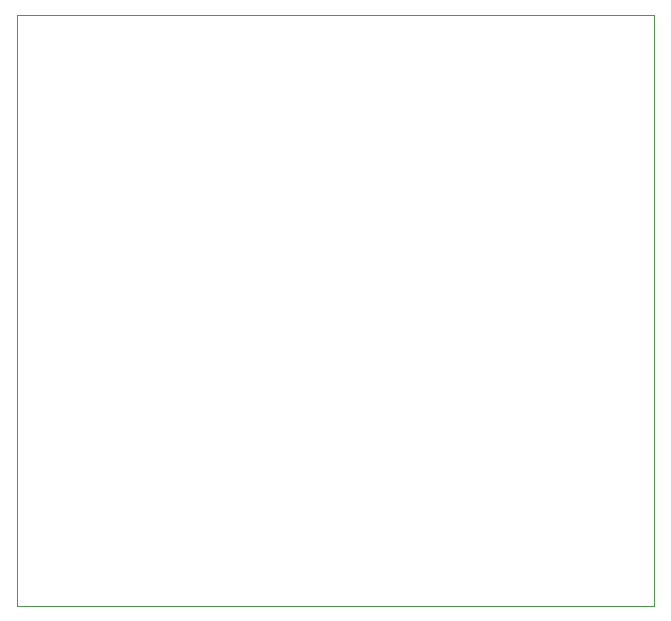
<source format=gm1>
G04 #@! TF.GenerationSoftware,KiCad,Pcbnew,7.0.5*
G04 #@! TF.CreationDate,2023-09-10T12:32:57+02:00*
G04 #@! TF.ProjectId,NullModemAdapter,4e756c6c-4d6f-4646-956d-416461707465,rev?*
G04 #@! TF.SameCoordinates,Original*
G04 #@! TF.FileFunction,Profile,NP*
%FSLAX46Y46*%
G04 Gerber Fmt 4.6, Leading zero omitted, Abs format (unit mm)*
G04 Created by KiCad (PCBNEW 7.0.5) date 2023-09-10 12:32:57*
%MOMM*%
%LPD*%
G01*
G04 APERTURE LIST*
G04 #@! TA.AperFunction,Profile*
%ADD10C,0.100000*%
G04 #@! TD*
G04 APERTURE END LIST*
D10*
X60000000Y-60000000D02*
X114000000Y-60000000D01*
X114000000Y-110000000D01*
X60000000Y-110000000D01*
X60000000Y-60000000D01*
M02*

</source>
